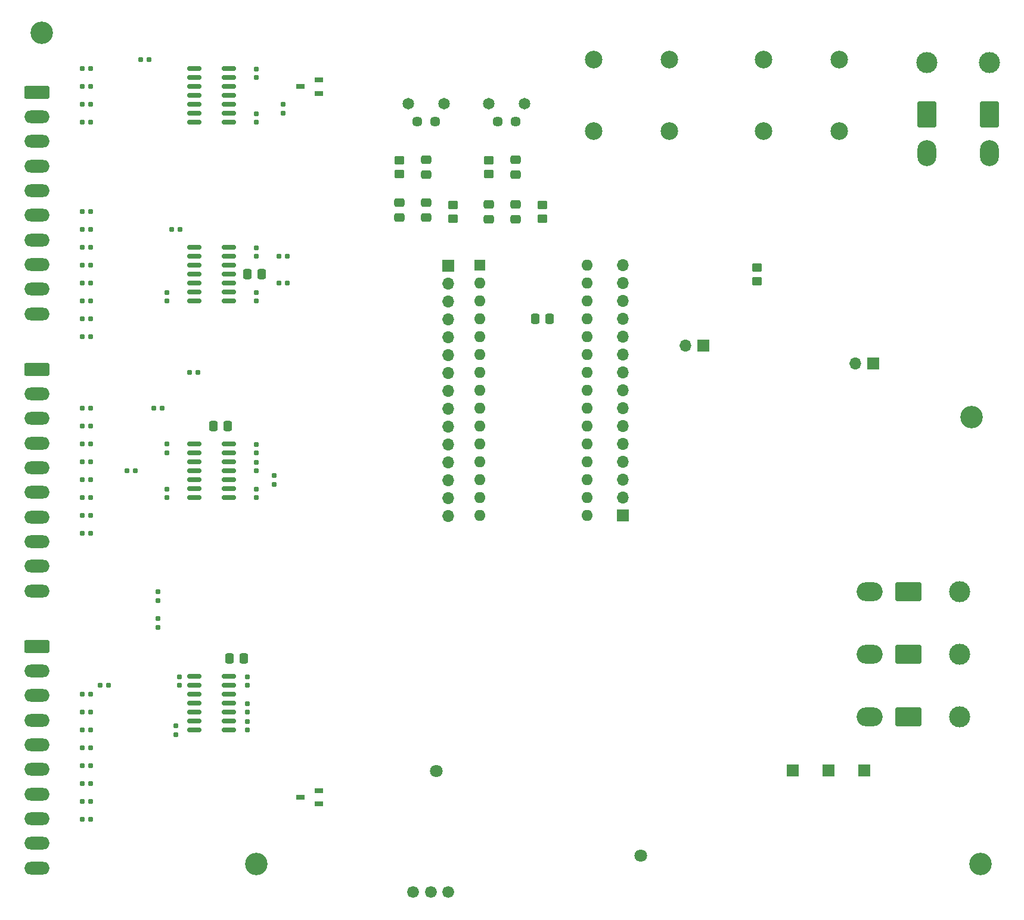
<source format=gbs>
%TF.GenerationSoftware,KiCad,Pcbnew,(6.0.4)*%
%TF.CreationDate,2023-01-14T20:05:49-08:00*%
%TF.ProjectId,fcp-control-pcb,6663702d-636f-46e7-9472-6f6c2d706362,rev?*%
%TF.SameCoordinates,Original*%
%TF.FileFunction,Soldermask,Bot*%
%TF.FilePolarity,Negative*%
%FSLAX46Y46*%
G04 Gerber Fmt 4.6, Leading zero omitted, Abs format (unit mm)*
G04 Created by KiCad (PCBNEW (6.0.4)) date 2023-01-14 20:05:49*
%MOMM*%
%LPD*%
G01*
G04 APERTURE LIST*
G04 Aperture macros list*
%AMRoundRect*
0 Rectangle with rounded corners*
0 $1 Rounding radius*
0 $2 $3 $4 $5 $6 $7 $8 $9 X,Y pos of 4 corners*
0 Add a 4 corners polygon primitive as box body*
4,1,4,$2,$3,$4,$5,$6,$7,$8,$9,$2,$3,0*
0 Add four circle primitives for the rounded corners*
1,1,$1+$1,$2,$3*
1,1,$1+$1,$4,$5*
1,1,$1+$1,$6,$7*
1,1,$1+$1,$8,$9*
0 Add four rect primitives between the rounded corners*
20,1,$1+$1,$2,$3,$4,$5,0*
20,1,$1+$1,$4,$5,$6,$7,0*
20,1,$1+$1,$6,$7,$8,$9,0*
20,1,$1+$1,$8,$9,$2,$3,0*%
G04 Aperture macros list end*
%ADD10RoundRect,0.250000X-1.550000X0.650000X-1.550000X-0.650000X1.550000X-0.650000X1.550000X0.650000X0*%
%ADD11O,3.600000X1.800000*%
%ADD12C,1.650000*%
%ADD13C,1.450000*%
%ADD14R,1.700000X1.700000*%
%ADD15C,3.000000*%
%ADD16RoundRect,0.250001X-1.599999X1.099999X-1.599999X-1.099999X1.599999X-1.099999X1.599999X1.099999X0*%
%ADD17O,3.700000X2.700000*%
%ADD18O,1.700000X1.700000*%
%ADD19C,3.200000*%
%ADD20C,2.500000*%
%ADD21RoundRect,0.250001X-1.099999X-1.599999X1.099999X-1.599999X1.099999X1.599999X-1.099999X1.599999X0*%
%ADD22O,2.700000X3.700000*%
%ADD23C,1.680000*%
%ADD24C,1.800000*%
%ADD25R,1.600000X1.600000*%
%ADD26O,1.600000X1.600000*%
%ADD27RoundRect,0.150000X0.825000X0.150000X-0.825000X0.150000X-0.825000X-0.150000X0.825000X-0.150000X0*%
%ADD28RoundRect,0.160000X0.197500X0.160000X-0.197500X0.160000X-0.197500X-0.160000X0.197500X-0.160000X0*%
%ADD29RoundRect,0.250000X-0.475000X0.337500X-0.475000X-0.337500X0.475000X-0.337500X0.475000X0.337500X0*%
%ADD30RoundRect,0.250000X0.475000X-0.337500X0.475000X0.337500X-0.475000X0.337500X-0.475000X-0.337500X0*%
%ADD31RoundRect,0.160000X-0.160000X0.197500X-0.160000X-0.197500X0.160000X-0.197500X0.160000X0.197500X0*%
%ADD32RoundRect,0.160000X-0.197500X-0.160000X0.197500X-0.160000X0.197500X0.160000X-0.197500X0.160000X0*%
%ADD33RoundRect,0.160000X0.160000X-0.197500X0.160000X0.197500X-0.160000X0.197500X-0.160000X-0.197500X0*%
%ADD34RoundRect,0.250000X-0.337500X-0.475000X0.337500X-0.475000X0.337500X0.475000X-0.337500X0.475000X0*%
%ADD35RoundRect,0.250000X0.337500X0.475000X-0.337500X0.475000X-0.337500X-0.475000X0.337500X-0.475000X0*%
%ADD36RoundRect,0.250000X0.450000X-0.350000X0.450000X0.350000X-0.450000X0.350000X-0.450000X-0.350000X0*%
%ADD37RoundRect,0.150000X-0.825000X-0.150000X0.825000X-0.150000X0.825000X0.150000X-0.825000X0.150000X0*%
%ADD38RoundRect,0.250000X-0.450000X0.350000X-0.450000X-0.350000X0.450000X-0.350000X0.450000X0.350000X0*%
%ADD39R,1.220000X0.650000*%
G04 APERTURE END LIST*
D10*
%TO.C,J15*%
X57777500Y-37607500D03*
D11*
X57777500Y-41107500D03*
X57777500Y-44607500D03*
X57777500Y-48107500D03*
X57777500Y-51607500D03*
X57777500Y-55107500D03*
X57777500Y-58607500D03*
X57777500Y-62107500D03*
X57777500Y-65607500D03*
X57777500Y-69107500D03*
%TD*%
D12*
%TO.C,D5*%
X127000000Y-39272500D03*
X121920000Y-39272500D03*
D13*
X123190000Y-41812500D03*
X125730000Y-41812500D03*
%TD*%
D14*
%TO.C,TP14*%
X175260000Y-133985000D03*
%TD*%
D15*
%TO.C,J10*%
X188810000Y-126365000D03*
D16*
X181510000Y-126365000D03*
D17*
X176010000Y-126365000D03*
%TD*%
D14*
%TO.C,J1*%
X116215000Y-62260000D03*
D18*
X116215000Y-64800000D03*
X116215000Y-67340000D03*
X116215000Y-69880000D03*
X116215000Y-72420000D03*
X116215000Y-74960000D03*
X116215000Y-77500000D03*
X116215000Y-80040000D03*
X116215000Y-82580000D03*
X116215000Y-85120000D03*
X116215000Y-87660000D03*
X116215000Y-90200000D03*
X116215000Y-92740000D03*
X116215000Y-95280000D03*
X116215000Y-97820000D03*
%TD*%
D14*
%TO.C,J9*%
X152400000Y-73660000D03*
D18*
X149860000Y-73660000D03*
%TD*%
D19*
%TO.C,H2*%
X190500000Y-83820000D03*
%TD*%
D14*
%TO.C,J2*%
X140980000Y-97790000D03*
D18*
X140980000Y-95250000D03*
X140980000Y-92710000D03*
X140980000Y-90170000D03*
X140980000Y-87630000D03*
X140980000Y-85090000D03*
X140980000Y-82550000D03*
X140980000Y-80010000D03*
X140980000Y-77470000D03*
X140980000Y-74930000D03*
X140980000Y-72390000D03*
X140980000Y-69850000D03*
X140980000Y-67310000D03*
X140980000Y-64770000D03*
X140980000Y-62230000D03*
%TD*%
D19*
%TO.C,H1*%
X191770000Y-147320000D03*
%TD*%
D14*
%TO.C,TP16*%
X165100000Y-133985000D03*
%TD*%
D20*
%TO.C,J4*%
X136860000Y-32950000D03*
X136860000Y-43110000D03*
X147620000Y-32950000D03*
X147620000Y-43110000D03*
%TD*%
D15*
%TO.C,J7*%
X184150000Y-33440000D03*
D21*
X184150000Y-40740000D03*
D22*
X184150000Y-46240000D03*
%TD*%
D10*
%TO.C,J13*%
X57777500Y-116347500D03*
D11*
X57777500Y-119847500D03*
X57777500Y-123347500D03*
X57777500Y-126847500D03*
X57777500Y-130347500D03*
X57777500Y-133847500D03*
X57777500Y-137347500D03*
X57777500Y-140847500D03*
X57777500Y-144347500D03*
X57777500Y-147847500D03*
%TD*%
D23*
%TO.C,IC1*%
X111215000Y-151285000D03*
X113715000Y-151285000D03*
X116215000Y-151285000D03*
D24*
X114515000Y-134085000D03*
X143515000Y-146085000D03*
%TD*%
D12*
%TO.C,D6*%
X110490000Y-39272500D03*
X115570000Y-39272500D03*
D13*
X111760000Y-41812500D03*
X114300000Y-41812500D03*
%TD*%
D19*
%TO.C,H4*%
X88900000Y-147320000D03*
%TD*%
D14*
%TO.C,TP15*%
X170180000Y-133985000D03*
%TD*%
D15*
%TO.C,J12*%
X188810000Y-108585000D03*
D16*
X181510000Y-108585000D03*
D17*
X176010000Y-108585000D03*
%TD*%
D10*
%TO.C,J14*%
X57777500Y-76977500D03*
D11*
X57777500Y-80477500D03*
X57777500Y-83977500D03*
X57777500Y-87477500D03*
X57777500Y-90977500D03*
X57777500Y-94477500D03*
X57777500Y-97977500D03*
X57777500Y-101477500D03*
X57777500Y-104977500D03*
X57777500Y-108477500D03*
%TD*%
D15*
%TO.C,J6*%
X193040000Y-33440000D03*
D21*
X193040000Y-40740000D03*
D22*
X193040000Y-46240000D03*
%TD*%
D20*
%TO.C,J3*%
X160990000Y-32950000D03*
X160990000Y-43110000D03*
X171750000Y-43110000D03*
X171750000Y-32950000D03*
%TD*%
D14*
%TO.C,J8*%
X176530000Y-76200000D03*
D18*
X173990000Y-76200000D03*
%TD*%
D25*
%TO.C,A1*%
X120660000Y-62230000D03*
D26*
X120660000Y-64770000D03*
X120660000Y-67310000D03*
X120660000Y-69850000D03*
X120660000Y-72390000D03*
X120660000Y-74930000D03*
X120660000Y-77470000D03*
X120660000Y-80010000D03*
X120660000Y-82550000D03*
X120660000Y-85090000D03*
X120660000Y-87630000D03*
X120660000Y-90170000D03*
X120660000Y-92710000D03*
X120660000Y-95250000D03*
X120660000Y-97790000D03*
X135900000Y-97790000D03*
X135900000Y-95250000D03*
X135900000Y-92710000D03*
X135900000Y-90170000D03*
X135900000Y-87630000D03*
X135900000Y-85090000D03*
X135900000Y-82550000D03*
X135900000Y-80010000D03*
X135900000Y-77470000D03*
X135900000Y-74930000D03*
X135900000Y-72390000D03*
X135900000Y-69850000D03*
X135900000Y-67310000D03*
X135900000Y-64770000D03*
X135900000Y-62230000D03*
%TD*%
D15*
%TO.C,J11*%
X188810000Y-117475000D03*
D16*
X181510000Y-117475000D03*
D17*
X176010000Y-117475000D03*
%TD*%
D19*
%TO.C,H3*%
X58420000Y-29210000D03*
%TD*%
D27*
%TO.C,U9*%
X85025000Y-59690000D03*
X85025000Y-60960000D03*
X85025000Y-62230000D03*
X85025000Y-63500000D03*
X85025000Y-64770000D03*
X85025000Y-66040000D03*
X85025000Y-67310000D03*
X80075000Y-67310000D03*
X80075000Y-66040000D03*
X80075000Y-64770000D03*
X80075000Y-63500000D03*
X80075000Y-62230000D03*
X80075000Y-60960000D03*
X80075000Y-59690000D03*
%TD*%
D28*
%TO.C,R75*%
X65367500Y-57150000D03*
X64172500Y-57150000D03*
%TD*%
D29*
%TO.C,C7*%
X121920000Y-53572500D03*
X121920000Y-55647500D03*
%TD*%
D28*
%TO.C,R81*%
X65367500Y-72390000D03*
X64172500Y-72390000D03*
%TD*%
%TO.C,R12*%
X65367500Y-128270000D03*
X64172500Y-128270000D03*
%TD*%
D30*
%TO.C,C8*%
X125730000Y-49297500D03*
X125730000Y-47222500D03*
%TD*%
D28*
%TO.C,R77*%
X65367500Y-62230000D03*
X64172500Y-62230000D03*
%TD*%
D31*
%TO.C,R67*%
X76200000Y-87630000D03*
X76200000Y-88825000D03*
%TD*%
D32*
%TO.C,R58*%
X74332500Y-82550000D03*
X75527500Y-82550000D03*
%TD*%
D31*
%TO.C,R68*%
X88900000Y-87679601D03*
X88900000Y-88874601D03*
%TD*%
D33*
%TO.C,R37*%
X87630000Y-128254322D03*
X87630000Y-127059322D03*
%TD*%
D29*
%TO.C,C10*%
X109220000Y-53340000D03*
X109220000Y-55415000D03*
%TD*%
D34*
%TO.C,C21*%
X82782500Y-85090000D03*
X84857500Y-85090000D03*
%TD*%
D28*
%TO.C,R80*%
X65367500Y-69850000D03*
X64172500Y-69850000D03*
%TD*%
%TO.C,R13*%
X65367500Y-130810000D03*
X64172500Y-130810000D03*
%TD*%
%TO.C,R42*%
X65367500Y-82550000D03*
X64172500Y-82550000D03*
%TD*%
%TO.C,R44*%
X65367500Y-87630000D03*
X64172500Y-87630000D03*
%TD*%
D35*
%TO.C,C4*%
X130577500Y-69850000D03*
X128502500Y-69850000D03*
%TD*%
D34*
%TO.C,C15*%
X87630000Y-63500000D03*
X89705000Y-63500000D03*
%TD*%
D28*
%TO.C,R45*%
X65367500Y-90170000D03*
X64172500Y-90170000D03*
%TD*%
%TO.C,R16*%
X65367500Y-138430000D03*
X64172500Y-138430000D03*
%TD*%
%TO.C,R10*%
X65367500Y-123190000D03*
X64172500Y-123190000D03*
%TD*%
D31*
%TO.C,R98*%
X88900000Y-59741582D03*
X88900000Y-60936582D03*
%TD*%
D36*
%TO.C,R5*%
X116840000Y-55610000D03*
X116840000Y-53610000D03*
%TD*%
D33*
%TO.C,R125*%
X88900000Y-41857787D03*
X88900000Y-40662787D03*
%TD*%
D32*
%TO.C,R118*%
X72465000Y-33020000D03*
X73660000Y-33020000D03*
%TD*%
D31*
%TO.C,R63*%
X74930000Y-108622500D03*
X74930000Y-109817500D03*
%TD*%
D37*
%TO.C,U11*%
X80075000Y-41910000D03*
X80075000Y-40640000D03*
X80075000Y-39370000D03*
X80075000Y-38100000D03*
X80075000Y-36830000D03*
X80075000Y-35560000D03*
X80075000Y-34290000D03*
X85025000Y-34290000D03*
X85025000Y-35560000D03*
X85025000Y-36830000D03*
X85025000Y-38100000D03*
X85025000Y-39370000D03*
X85025000Y-40640000D03*
X85025000Y-41910000D03*
%TD*%
D29*
%TO.C,C12*%
X113030000Y-53340000D03*
X113030000Y-55415000D03*
%TD*%
D28*
%TO.C,R17*%
X65367500Y-140970000D03*
X64172500Y-140970000D03*
%TD*%
D37*
%TO.C,U7*%
X80075000Y-95250000D03*
X80075000Y-93980000D03*
X80075000Y-92710000D03*
X80075000Y-91440000D03*
X80075000Y-90170000D03*
X80075000Y-88900000D03*
X80075000Y-87630000D03*
X85025000Y-87630000D03*
X85025000Y-88900000D03*
X85025000Y-90170000D03*
X85025000Y-91440000D03*
X85025000Y-92710000D03*
X85025000Y-93980000D03*
X85025000Y-95250000D03*
%TD*%
D31*
%TO.C,R119*%
X92766330Y-39364622D03*
X92766330Y-40559622D03*
%TD*%
D28*
%TO.C,R106*%
X65367500Y-34290000D03*
X64172500Y-34290000D03*
%TD*%
D33*
%TO.C,R66*%
X76200000Y-95230339D03*
X76200000Y-94035339D03*
%TD*%
D28*
%TO.C,R79*%
X65367500Y-67310000D03*
X64172500Y-67310000D03*
%TD*%
D32*
%TO.C,R91*%
X92112500Y-64770000D03*
X93307500Y-64770000D03*
%TD*%
D33*
%TO.C,R100*%
X76200000Y-67310000D03*
X76200000Y-66115000D03*
%TD*%
D31*
%TO.C,R36*%
X87642654Y-120671789D03*
X87642654Y-121866789D03*
%TD*%
D28*
%TO.C,R48*%
X65367500Y-97790000D03*
X64172500Y-97790000D03*
%TD*%
D31*
%TO.C,R64*%
X74930000Y-112432500D03*
X74930000Y-113627500D03*
%TD*%
D36*
%TO.C,R4*%
X121920000Y-49260000D03*
X121920000Y-47260000D03*
%TD*%
D31*
%TO.C,R60*%
X88900000Y-90207815D03*
X88900000Y-91402815D03*
%TD*%
D28*
%TO.C,R109*%
X65367500Y-41910000D03*
X64172500Y-41910000D03*
%TD*%
D38*
%TO.C,R2*%
X160020000Y-62500000D03*
X160020000Y-64500000D03*
%TD*%
D33*
%TO.C,R61*%
X91440000Y-93307500D03*
X91440000Y-92112500D03*
%TD*%
D28*
%TO.C,R43*%
X65367500Y-85090000D03*
X64172500Y-85090000D03*
%TD*%
D37*
%TO.C,U5*%
X80075000Y-128270000D03*
X80075000Y-127000000D03*
X80075000Y-125730000D03*
X80075000Y-124460000D03*
X80075000Y-123190000D03*
X80075000Y-121920000D03*
X80075000Y-120650000D03*
X85025000Y-120650000D03*
X85025000Y-121920000D03*
X85025000Y-123190000D03*
X85025000Y-124460000D03*
X85025000Y-125730000D03*
X85025000Y-127000000D03*
X85025000Y-128270000D03*
%TD*%
D39*
%TO.C,D2*%
X97830000Y-37780000D03*
X95210000Y-36830000D03*
X97830000Y-35880000D03*
%TD*%
D32*
%TO.C,R96*%
X79412500Y-77470000D03*
X80607500Y-77470000D03*
%TD*%
D28*
%TO.C,R15*%
X65367500Y-135890000D03*
X64172500Y-135890000D03*
%TD*%
D33*
%TO.C,R99*%
X88900000Y-67283035D03*
X88900000Y-66088035D03*
%TD*%
D28*
%TO.C,R49*%
X65367500Y-100330000D03*
X64172500Y-100330000D03*
%TD*%
D30*
%TO.C,C11*%
X113030000Y-49297500D03*
X113030000Y-47222500D03*
%TD*%
D32*
%TO.C,R26*%
X66712500Y-121920000D03*
X67907500Y-121920000D03*
%TD*%
D31*
%TO.C,R124*%
X88900000Y-34319940D03*
X88900000Y-35514940D03*
%TD*%
D32*
%TO.C,R90*%
X92112500Y-60960000D03*
X93307500Y-60960000D03*
%TD*%
D28*
%TO.C,R78*%
X65367500Y-64770000D03*
X64172500Y-64770000D03*
%TD*%
%TO.C,R101*%
X78067500Y-57150000D03*
X76872500Y-57150000D03*
%TD*%
%TO.C,R14*%
X65367500Y-133350000D03*
X64172500Y-133350000D03*
%TD*%
D36*
%TO.C,R6*%
X109220000Y-49260000D03*
X109220000Y-47260000D03*
%TD*%
D28*
%TO.C,R59*%
X71717500Y-91440000D03*
X70522500Y-91440000D03*
%TD*%
D34*
%TO.C,C13*%
X85090000Y-118110000D03*
X87165000Y-118110000D03*
%TD*%
D28*
%TO.C,R46*%
X65367500Y-92710000D03*
X64172500Y-92710000D03*
%TD*%
D33*
%TO.C,R29*%
X87642510Y-125714466D03*
X87642510Y-124519466D03*
%TD*%
D31*
%TO.C,R35*%
X77970435Y-120688614D03*
X77970435Y-121883614D03*
%TD*%
D28*
%TO.C,R11*%
X65367500Y-125730000D03*
X64172500Y-125730000D03*
%TD*%
%TO.C,R47*%
X65367500Y-95250000D03*
X64172500Y-95250000D03*
%TD*%
D29*
%TO.C,C9*%
X125730000Y-53572500D03*
X125730000Y-55647500D03*
%TD*%
D33*
%TO.C,R34*%
X77470000Y-128867500D03*
X77470000Y-127672500D03*
%TD*%
D28*
%TO.C,R107*%
X65367500Y-36830000D03*
X64172500Y-36830000D03*
%TD*%
%TO.C,R76*%
X65367500Y-59690000D03*
X64172500Y-59690000D03*
%TD*%
D36*
%TO.C,R3*%
X129540000Y-55610000D03*
X129540000Y-53610000D03*
%TD*%
D39*
%TO.C,D1*%
X97830000Y-138745000D03*
X95210000Y-137795000D03*
X97830000Y-136845000D03*
%TD*%
D33*
%TO.C,R69*%
X88900000Y-95218327D03*
X88900000Y-94023327D03*
%TD*%
D28*
%TO.C,R108*%
X65367500Y-39370000D03*
X64172500Y-39370000D03*
%TD*%
%TO.C,R74*%
X65367500Y-54610000D03*
X64172500Y-54610000D03*
%TD*%
M02*

</source>
